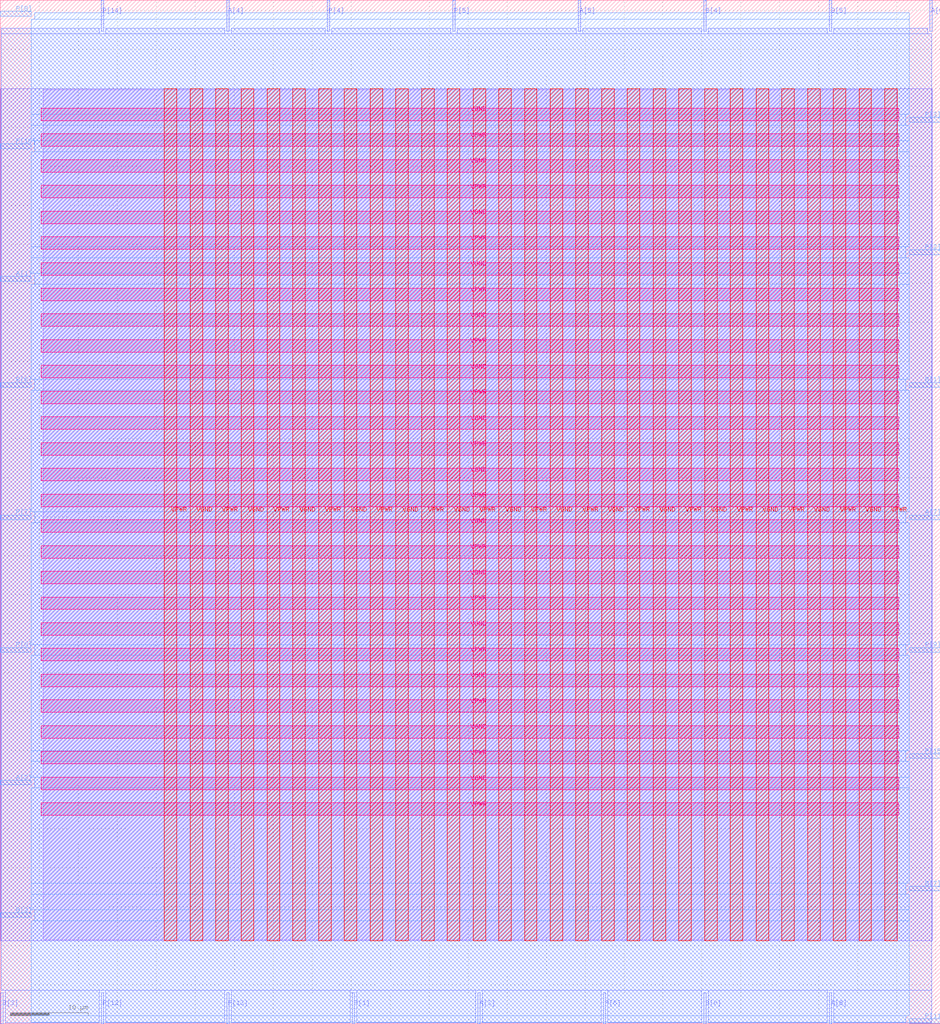
<source format=lef>
VERSION 5.7 ;
  NOWIREEXTENSIONATPIN ON ;
  DIVIDERCHAR "/" ;
  BUSBITCHARS "[]" ;
MACRO baugh
  CLASS BLOCK ;
  FOREIGN baugh ;
  ORIGIN 0.000 0.000 ;
  SIZE 120.560 BY 131.280 ;
  PIN A[0]
    DIRECTION INPUT ;
    USE SIGNAL ;
    ANTENNAGATEAREA 0.213000 ;
    PORT
      LAYER met2 ;
        RECT 119.230 127.280 119.510 131.280 ;
    END
  END A[0]
  PIN A[1]
    DIRECTION INPUT ;
    USE SIGNAL ;
    ANTENNAGATEAREA 0.213000 ;
    PORT
      LAYER met3 ;
        RECT 0.000 95.240 4.000 95.840 ;
    END
  END A[1]
  PIN A[2]
    DIRECTION INPUT ;
    USE SIGNAL ;
    ANTENNAGATEAREA 0.213000 ;
    PORT
      LAYER met3 ;
        RECT 0.000 30.640 4.000 31.240 ;
    END
  END A[2]
  PIN A[3]
    DIRECTION INPUT ;
    USE SIGNAL ;
    ANTENNAGATEAREA 0.213000 ;
    PORT
      LAYER met2 ;
        RECT 61.270 0.000 61.550 4.000 ;
    END
  END A[3]
  PIN A[4]
    DIRECTION INPUT ;
    USE SIGNAL ;
    ANTENNAGATEAREA 0.159000 ;
    PORT
      LAYER met2 ;
        RECT 29.070 127.280 29.350 131.280 ;
    END
  END A[4]
  PIN A[5]
    DIRECTION INPUT ;
    USE SIGNAL ;
    ANTENNAGATEAREA 0.213000 ;
    PORT
      LAYER met2 ;
        RECT 74.150 127.280 74.430 131.280 ;
    END
  END A[5]
  PIN A[6]
    DIRECTION INPUT ;
    USE SIGNAL ;
    ANTENNAGATEAREA 0.213000 ;
    PORT
      LAYER met2 ;
        RECT 106.350 0.000 106.630 4.000 ;
    END
  END A[6]
  PIN A[7]
    DIRECTION INPUT ;
    USE SIGNAL ;
    ANTENNAGATEAREA 0.495000 ;
    PORT
      LAYER met3 ;
        RECT 116.560 64.640 120.560 65.240 ;
    END
  END A[7]
  PIN B[0]
    DIRECTION INPUT ;
    USE SIGNAL ;
    ANTENNAGATEAREA 0.495000 ;
    PORT
      LAYER met2 ;
        RECT 90.250 0.000 90.530 4.000 ;
    END
  END B[0]
  PIN B[1]
    DIRECTION INPUT ;
    USE SIGNAL ;
    ANTENNAGATEAREA 0.247500 ;
    PORT
      LAYER met3 ;
        RECT 116.560 81.640 120.560 82.240 ;
    END
  END B[1]
  PIN B[2]
    DIRECTION INPUT ;
    USE SIGNAL ;
    ANTENNAGATEAREA 0.159000 ;
    PORT
      LAYER met3 ;
        RECT 0.000 13.640 4.000 14.240 ;
    END
  END B[2]
  PIN B[3]
    DIRECTION INPUT ;
    USE SIGNAL ;
    ANTENNAGATEAREA 0.247500 ;
    PORT
      LAYER met2 ;
        RECT 0.090 0.000 0.370 4.000 ;
    END
  END B[3]
  PIN B[4]
    DIRECTION INPUT ;
    USE SIGNAL ;
    ANTENNAGATEAREA 0.159000 ;
    PORT
      LAYER met2 ;
        RECT 90.250 127.280 90.530 131.280 ;
    END
  END B[4]
  PIN B[5]
    DIRECTION INPUT ;
    USE SIGNAL ;
    ANTENNAGATEAREA 0.213000 ;
    PORT
      LAYER met2 ;
        RECT 106.350 127.280 106.630 131.280 ;
    END
  END B[5]
  PIN B[6]
    DIRECTION INPUT ;
    USE SIGNAL ;
    ANTENNAGATEAREA 0.126000 ;
    PORT
      LAYER met3 ;
        RECT 0.000 81.640 4.000 82.240 ;
    END
  END B[6]
  PIN B[7]
    DIRECTION INPUT ;
    USE SIGNAL ;
    ANTENNAGATEAREA 0.742500 ;
    PORT
      LAYER met3 ;
        RECT 116.560 17.040 120.560 17.640 ;
    END
  END B[7]
  PIN P[0]
    DIRECTION OUTPUT TRISTATE ;
    USE SIGNAL ;
    ANTENNADIFFAREA 0.795200 ;
    PORT
      LAYER met3 ;
        RECT 0.000 47.640 4.000 48.240 ;
    END
  END P[0]
  PIN P[10]
    DIRECTION OUTPUT TRISTATE ;
    USE SIGNAL ;
    ANTENNADIFFAREA 0.795200 ;
    PORT
      LAYER met3 ;
        RECT 0.000 112.240 4.000 112.840 ;
    END
  END P[10]
  PIN P[11]
    DIRECTION OUTPUT TRISTATE ;
    USE SIGNAL ;
    ANTENNADIFFAREA 0.795200 ;
    PORT
      LAYER met3 ;
        RECT 116.560 0.040 120.560 0.640 ;
    END
  END P[11]
  PIN P[12]
    DIRECTION OUTPUT TRISTATE ;
    USE SIGNAL ;
    ANTENNADIFFAREA 0.795200 ;
    PORT
      LAYER met2 ;
        RECT 12.970 0.000 13.250 4.000 ;
    END
  END P[12]
  PIN P[13]
    DIRECTION OUTPUT TRISTATE ;
    USE SIGNAL ;
    ANTENNADIFFAREA 0.795200 ;
    PORT
      LAYER met2 ;
        RECT 29.070 0.000 29.350 4.000 ;
    END
  END P[13]
  PIN P[14]
    DIRECTION OUTPUT TRISTATE ;
    USE SIGNAL ;
    ANTENNADIFFAREA 1.336500 ;
    PORT
      LAYER met2 ;
        RECT 12.970 127.280 13.250 131.280 ;
    END
  END P[14]
  PIN P[15]
    DIRECTION OUTPUT TRISTATE ;
    USE SIGNAL ;
    ANTENNADIFFAREA 0.795200 ;
    PORT
      LAYER met3 ;
        RECT 116.560 34.040 120.560 34.640 ;
    END
  END P[15]
  PIN P[1]
    DIRECTION OUTPUT TRISTATE ;
    USE SIGNAL ;
    ANTENNADIFFAREA 0.795200 ;
    PORT
      LAYER met2 ;
        RECT 45.170 0.000 45.450 4.000 ;
    END
  END P[1]
  PIN P[2]
    DIRECTION OUTPUT TRISTATE ;
    USE SIGNAL ;
    ANTENNADIFFAREA 0.445500 ;
    PORT
      LAYER met3 ;
        RECT 116.560 98.640 120.560 99.240 ;
    END
  END P[2]
  PIN P[3]
    DIRECTION OUTPUT TRISTATE ;
    USE SIGNAL ;
    ANTENNADIFFAREA 0.795200 ;
    PORT
      LAYER met3 ;
        RECT 116.560 115.640 120.560 116.240 ;
    END
  END P[3]
  PIN P[4]
    DIRECTION OUTPUT TRISTATE ;
    USE SIGNAL ;
    ANTENNADIFFAREA 0.795200 ;
    PORT
      LAYER met2 ;
        RECT 41.950 127.280 42.230 131.280 ;
    END
  END P[4]
  PIN P[5]
    DIRECTION OUTPUT TRISTATE ;
    USE SIGNAL ;
    ANTENNADIFFAREA 0.445500 ;
    PORT
      LAYER met2 ;
        RECT 58.050 127.280 58.330 131.280 ;
    END
  END P[5]
  PIN P[6]
    DIRECTION OUTPUT TRISTATE ;
    USE SIGNAL ;
    ANTENNADIFFAREA 0.795200 ;
    PORT
      LAYER met2 ;
        RECT 77.370 0.000 77.650 4.000 ;
    END
  END P[6]
  PIN P[7]
    DIRECTION OUTPUT TRISTATE ;
    USE SIGNAL ;
    ANTENNADIFFAREA 0.795200 ;
    PORT
      LAYER met3 ;
        RECT 0.000 64.640 4.000 65.240 ;
    END
  END P[7]
  PIN P[8]
    DIRECTION OUTPUT TRISTATE ;
    USE SIGNAL ;
    ANTENNADIFFAREA 0.795200 ;
    PORT
      LAYER met3 ;
        RECT 0.000 129.240 4.000 129.840 ;
    END
  END P[8]
  PIN P[9]
    DIRECTION OUTPUT TRISTATE ;
    USE SIGNAL ;
    ANTENNADIFFAREA 0.795200 ;
    PORT
      LAYER met3 ;
        RECT 116.560 47.640 120.560 48.240 ;
    END
  END P[9]
  PIN VGND
    DIRECTION INOUT ;
    USE GROUND ;
    PORT
      LAYER met4 ;
        RECT 24.340 10.640 25.940 119.920 ;
    END
    PORT
      LAYER met4 ;
        RECT 30.940 10.640 32.540 119.920 ;
    END
    PORT
      LAYER met4 ;
        RECT 37.540 10.640 39.140 119.920 ;
    END
    PORT
      LAYER met4 ;
        RECT 44.140 10.640 45.740 119.920 ;
    END
    PORT
      LAYER met4 ;
        RECT 50.740 10.640 52.340 119.920 ;
    END
    PORT
      LAYER met4 ;
        RECT 57.340 10.640 58.940 119.920 ;
    END
    PORT
      LAYER met4 ;
        RECT 63.940 10.640 65.540 119.920 ;
    END
    PORT
      LAYER met4 ;
        RECT 70.540 10.640 72.140 119.920 ;
    END
    PORT
      LAYER met4 ;
        RECT 77.140 10.640 78.740 119.920 ;
    END
    PORT
      LAYER met4 ;
        RECT 83.740 10.640 85.340 119.920 ;
    END
    PORT
      LAYER met4 ;
        RECT 90.340 10.640 91.940 119.920 ;
    END
    PORT
      LAYER met4 ;
        RECT 96.940 10.640 98.540 119.920 ;
    END
    PORT
      LAYER met4 ;
        RECT 103.540 10.640 105.140 119.920 ;
    END
    PORT
      LAYER met4 ;
        RECT 110.140 10.640 111.740 119.920 ;
    END
    PORT
      LAYER met5 ;
        RECT 5.280 30.030 115.240 31.630 ;
    END
    PORT
      LAYER met5 ;
        RECT 5.280 36.630 115.240 38.230 ;
    END
    PORT
      LAYER met5 ;
        RECT 5.280 43.230 115.240 44.830 ;
    END
    PORT
      LAYER met5 ;
        RECT 5.280 49.830 115.240 51.430 ;
    END
    PORT
      LAYER met5 ;
        RECT 5.280 56.430 115.240 58.030 ;
    END
    PORT
      LAYER met5 ;
        RECT 5.280 63.030 115.240 64.630 ;
    END
    PORT
      LAYER met5 ;
        RECT 5.280 69.630 115.240 71.230 ;
    END
    PORT
      LAYER met5 ;
        RECT 5.280 76.230 115.240 77.830 ;
    END
    PORT
      LAYER met5 ;
        RECT 5.280 82.830 115.240 84.430 ;
    END
    PORT
      LAYER met5 ;
        RECT 5.280 89.430 115.240 91.030 ;
    END
    PORT
      LAYER met5 ;
        RECT 5.280 96.030 115.240 97.630 ;
    END
    PORT
      LAYER met5 ;
        RECT 5.280 102.630 115.240 104.230 ;
    END
    PORT
      LAYER met5 ;
        RECT 5.280 109.230 115.240 110.830 ;
    END
    PORT
      LAYER met5 ;
        RECT 5.280 115.830 115.240 117.430 ;
    END
  END VGND
  PIN VPWR
    DIRECTION INOUT ;
    USE POWER ;
    PORT
      LAYER met4 ;
        RECT 21.040 10.640 22.640 119.920 ;
    END
    PORT
      LAYER met4 ;
        RECT 27.640 10.640 29.240 119.920 ;
    END
    PORT
      LAYER met4 ;
        RECT 34.240 10.640 35.840 119.920 ;
    END
    PORT
      LAYER met4 ;
        RECT 40.840 10.640 42.440 119.920 ;
    END
    PORT
      LAYER met4 ;
        RECT 47.440 10.640 49.040 119.920 ;
    END
    PORT
      LAYER met4 ;
        RECT 54.040 10.640 55.640 119.920 ;
    END
    PORT
      LAYER met4 ;
        RECT 60.640 10.640 62.240 119.920 ;
    END
    PORT
      LAYER met4 ;
        RECT 67.240 10.640 68.840 119.920 ;
    END
    PORT
      LAYER met4 ;
        RECT 73.840 10.640 75.440 119.920 ;
    END
    PORT
      LAYER met4 ;
        RECT 80.440 10.640 82.040 119.920 ;
    END
    PORT
      LAYER met4 ;
        RECT 87.040 10.640 88.640 119.920 ;
    END
    PORT
      LAYER met4 ;
        RECT 93.640 10.640 95.240 119.920 ;
    END
    PORT
      LAYER met4 ;
        RECT 100.240 10.640 101.840 119.920 ;
    END
    PORT
      LAYER met4 ;
        RECT 106.840 10.640 108.440 119.920 ;
    END
    PORT
      LAYER met4 ;
        RECT 113.440 10.640 115.040 119.920 ;
    END
    PORT
      LAYER met5 ;
        RECT 5.280 26.730 115.240 28.330 ;
    END
    PORT
      LAYER met5 ;
        RECT 5.280 33.330 115.240 34.930 ;
    END
    PORT
      LAYER met5 ;
        RECT 5.280 39.930 115.240 41.530 ;
    END
    PORT
      LAYER met5 ;
        RECT 5.280 46.530 115.240 48.130 ;
    END
    PORT
      LAYER met5 ;
        RECT 5.280 53.130 115.240 54.730 ;
    END
    PORT
      LAYER met5 ;
        RECT 5.280 59.730 115.240 61.330 ;
    END
    PORT
      LAYER met5 ;
        RECT 5.280 66.330 115.240 67.930 ;
    END
    PORT
      LAYER met5 ;
        RECT 5.280 72.930 115.240 74.530 ;
    END
    PORT
      LAYER met5 ;
        RECT 5.280 79.530 115.240 81.130 ;
    END
    PORT
      LAYER met5 ;
        RECT 5.280 86.130 115.240 87.730 ;
    END
    PORT
      LAYER met5 ;
        RECT 5.280 92.730 115.240 94.330 ;
    END
    PORT
      LAYER met5 ;
        RECT 5.280 99.330 115.240 100.930 ;
    END
    PORT
      LAYER met5 ;
        RECT 5.280 105.930 115.240 107.530 ;
    END
    PORT
      LAYER met5 ;
        RECT 5.280 112.530 115.240 114.130 ;
    END
  END VPWR
  OBS
      LAYER li1 ;
        RECT 5.520 10.795 115.000 119.765 ;
      LAYER met1 ;
        RECT 0.070 10.640 119.530 119.920 ;
      LAYER met2 ;
        RECT 0.100 127.000 12.690 127.685 ;
        RECT 13.530 127.000 28.790 127.685 ;
        RECT 29.630 127.000 41.670 127.685 ;
        RECT 42.510 127.000 57.770 127.685 ;
        RECT 58.610 127.000 73.870 127.685 ;
        RECT 74.710 127.000 89.970 127.685 ;
        RECT 90.810 127.000 106.070 127.685 ;
        RECT 106.910 127.000 118.950 127.685 ;
        RECT 0.100 4.280 119.500 127.000 ;
        RECT 0.650 0.155 12.690 4.280 ;
        RECT 13.530 0.155 28.790 4.280 ;
        RECT 29.630 0.155 44.890 4.280 ;
        RECT 45.730 0.155 60.990 4.280 ;
        RECT 61.830 0.155 77.090 4.280 ;
        RECT 77.930 0.155 89.970 4.280 ;
        RECT 90.810 0.155 106.070 4.280 ;
        RECT 106.910 0.155 119.500 4.280 ;
      LAYER met3 ;
        RECT 4.400 128.840 116.560 129.690 ;
        RECT 3.990 116.640 116.560 128.840 ;
        RECT 3.990 115.240 116.160 116.640 ;
        RECT 3.990 113.240 116.560 115.240 ;
        RECT 4.400 111.840 116.560 113.240 ;
        RECT 3.990 99.640 116.560 111.840 ;
        RECT 3.990 98.240 116.160 99.640 ;
        RECT 3.990 96.240 116.560 98.240 ;
        RECT 4.400 94.840 116.560 96.240 ;
        RECT 3.990 82.640 116.560 94.840 ;
        RECT 4.400 81.240 116.160 82.640 ;
        RECT 3.990 65.640 116.560 81.240 ;
        RECT 4.400 64.240 116.160 65.640 ;
        RECT 3.990 48.640 116.560 64.240 ;
        RECT 4.400 47.240 116.160 48.640 ;
        RECT 3.990 35.040 116.560 47.240 ;
        RECT 3.990 33.640 116.160 35.040 ;
        RECT 3.990 31.640 116.560 33.640 ;
        RECT 4.400 30.240 116.560 31.640 ;
        RECT 3.990 18.040 116.560 30.240 ;
        RECT 3.990 16.640 116.160 18.040 ;
        RECT 3.990 14.640 116.560 16.640 ;
        RECT 4.400 13.240 116.560 14.640 ;
        RECT 3.990 1.040 116.560 13.240 ;
        RECT 3.990 0.175 116.160 1.040 ;
  END
END baugh
END LIBRARY


</source>
